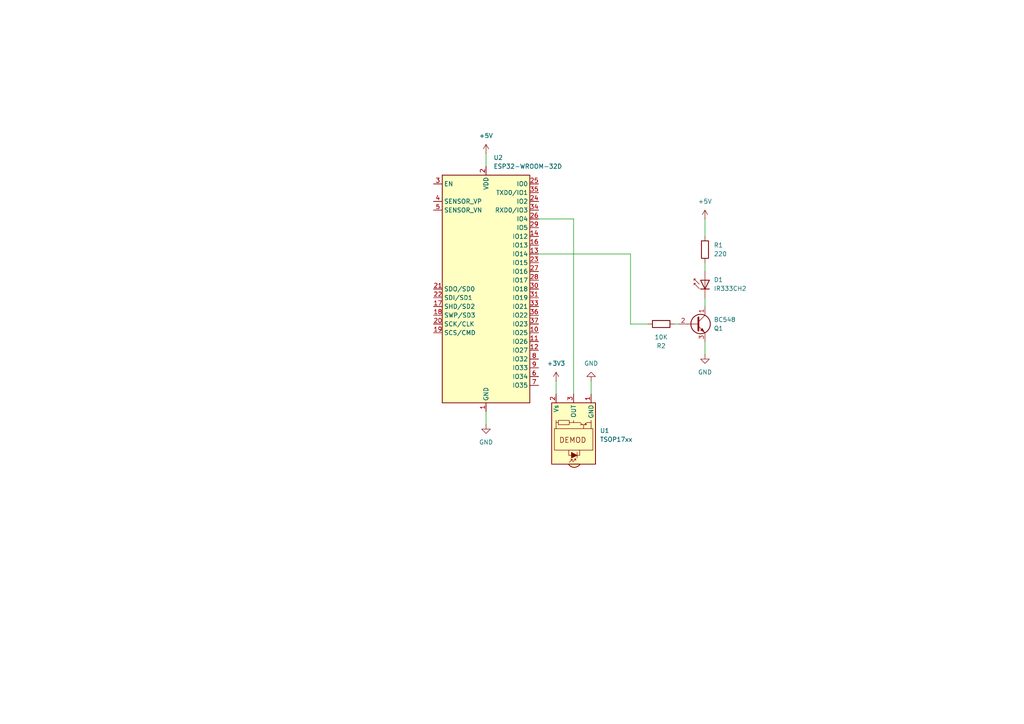
<source format=kicad_sch>
(kicad_sch (version 20250114) (generator "eeschema") (generator_version "9.0")
  (paper "A4")
  (lib_symbols
    (symbol "Device:R" (pin_numbers (hide yes)) (pin_names (offset 0))
      (property "Reference" "R" (at 2.032 0 90))
      (property "Value" "R" (at 0 0 90))
      (symbol "R_0_1"
        (rectangle (start -1.016 -2.54) (end 1.016 2.54) (stroke (width 0.254)))
      )
      (symbol "R_1_1"
        (pin passive line (at 0 3.81 270) (length 1.27) (name "~") (number "1"))
        (pin passive line (at 0 -3.81 90) (length 1.27) (name "~") (number "2"))
      )
    )
    (symbol "Interface_Optical:TSOP17xx"
      (property "Reference" "U" (at -10.16 7.62 0))
      (property "Value" "TSOP17xx" (at -10.16 -7.62 0))
      (symbol "TSOP17xx_0_0"
        (arc (start -10.287 -1.778) (mid -11.0899 -0.1905) (end -10.287 1.397) (stroke (width 0.254)) (fill (type background)))
        (polyline (pts (xy 1.905 5.08) (xy 0.127 5.08)))
        (polyline (pts (xy 1.905 -5.08) (xy 0.127 -5.08)))
        (text "DEMOD" (at -3.175 0.254 900) (effects (font (size 1.524 1.524))))
      )
      (symbol "TSOP17xx_0_1"
        (polyline (pts (xy -8.763 0.381) (xy -9.652 1.27)))
        (polyline (pts (xy -8.763 0.381) (xy -9.271 0.381)))
        (polyline (pts (xy -8.763 0.381) (xy -8.763 0.889)))
        (polyline (pts (xy -8.636 -0.635) (xy -9.525 0.254)))
        (polyline (pts (xy -8.636 -0.635) (xy -9.144 -0.635)))
        (polyline (pts (xy -8.636 -0.635) (xy -8.636 -0.127)))
        (polyline (pts (xy -8.382 0.635) (xy -6.731 0.635) (xy -7.62 -1.016) (xy -8.382 0.635)) (fill (type outline)))
        (polyline (pts (xy -8.382 -1.016) (xy -6.731 -1.016)))
        (rectangle (start -6.096 5.588) (end 0.127 -5.588))
        (polyline (pts (xy -6.096 1.397) (xy -7.62 1.397) (xy -7.62 -1.778) (xy -6.096 -1.778)))
        (polyline (pts (xy 1.27 -1.905) (xy 1.27 -3.81)))
        (polyline (pts (xy 1.27 -2.54) (xy 1.905 -1.905) (xy 1.905 0) (xy 2.54 0)))
        (polyline (pts (xy 1.27 -2.921) (xy 0.127 -2.921)))
        (polyline (pts (xy 1.27 -3.175) (xy 1.905 -3.81) (xy 1.905 -5.08) (xy 2.54 -5.08)))
        (polyline (pts (xy 1.397 -3.556) (xy 1.524 -3.556)))
        (polyline (pts (xy 1.651 -3.556) (xy 1.524 -3.556)))
        (polyline (pts (xy 1.651 -3.556) (xy 1.651 -3.302)))
        (polyline (pts (xy 1.905 4.445) (xy 1.905 5.08) (xy 2.54 5.08)))
        (polyline (pts (xy 1.905 0) (xy 1.905 1.27)))
        (rectangle (start 2.54 1.27) (end 1.27 4.445))
        (rectangle (start 7.62 6.35) (end -10.16 -6.35) (stroke (width 0.254)) (fill (type background)))
      )
      (symbol "TSOP17xx_1_1"
        (pin power_in line (at 10.16 5.08 180) (length 2.54) (name "Vs") (number "2"))
        (pin output line (at 10.16 0 180) (length 2.54) (name "OUT") (number "3"))
        (pin power_in line (at 10.16 -5.08 180) (length 2.54) (name "GND") (number "1"))
      )
    )
    (symbol "LED:CQY99" (pin_numbers (hide yes)) (pin_names (offset 1.016) (hide yes))
      (property "Reference" "D" (at 0.508 1.778 0))
      (property "Value" "CQY99" (at -1.016 -2.794 0))
      (symbol "CQY99_0_1"
        (polyline (pts (xy -2.54 1.27) (xy -2.54 -1.27)) (stroke (width 0.254)))
        (polyline (pts (xy -2.413 1.651) (xy -0.889 3.175) (xy -0.889 2.667) (xy -0.889 3.175) (xy -1.397 3.175)))
        (polyline (pts (xy -1.143 1.651) (xy 0.381 3.175) (xy 0.381 2.667)))
        (polyline (pts (xy 0 0) (xy -2.54 0)))
        (polyline (pts (xy 0 -1.27) (xy -2.54 0) (xy 0 1.27) (xy 0 -1.27)) (stroke (width 0.254)))
        (polyline (pts (xy 0.381 3.175) (xy -0.127 3.175)))
      )
      (symbol "CQY99_1_1"
        (pin passive line (at -5.08 0 0) (length 2.54) (name "K") (number "1"))
        (pin passive line (at 2.54 0 180) (length 2.54) (name "A") (number "2"))
      )
    )
    (symbol "RF_Module:ESP32-WROOM-32D"
      (property "Reference" "U" (at -12.7 34.29 0))
      (property "Value" "ESP32-WROOM-32D" (at 1.27 34.29 0))
      (symbol "ESP32-WROOM-32D_0_1"
        (rectangle (start -12.7 33.02) (end 12.7 -33.02) (stroke (width 0.254)) (fill (type background)))
      )
      (symbol "ESP32-WROOM-32D_1_1"
        (pin input line (at -15.24 30.48 0) (length 2.54) (name "EN") (number "3"))
        (pin input line (at -15.24 25.4 0) (length 2.54) (name "SENSOR_VP") (number "4"))
        (pin input line (at -15.24 22.86 0) (length 2.54) (name "SENSOR_VN") (number "5"))
        (pin bidirectional line (at -15.24 0 0) (length 2.54) (name "SDO/SD0") (number "21"))
        (pin bidirectional line (at -15.24 -2.54 0) (length 2.54) (name "SDI/SD1") (number "22"))
        (pin bidirectional line (at -15.24 -5.08 0) (length 2.54) (name "SHD/SD2") (number "17"))
        (pin bidirectional line (at -15.24 -7.62 0) (length 2.54) (name "SWP/SD3") (number "18"))
        (pin bidirectional line (at -15.24 -10.16 0) (length 2.54) (name "SCK/CLK") (number "20"))
        (pin bidirectional line (at -15.24 -12.7 0) (length 2.54) (name "SCS/CMD") (number "19"))
        (pin no_connect line (at -12.7 -27.94 0) (length 2.54) (hide yes) (name "NC") (number "32"))
        (pin power_in line (at 0 35.56 270) (length 2.54) (name "VDD") (number "2"))
        (pin power_in line (at 0 -35.56 90) (length 2.54) (name "GND") (number "1"))
        (pin passive line (at 0 -35.56 90) (length 2.54) (hide yes) (name "GND") (number "15"))
        (pin passive line (at 0 -35.56 90) (length 2.54) (hide yes) (name "GND") (number "38"))
        (pin passive line (at 0 -35.56 90) (length 2.54) (hide yes) (name "GND") (number "39"))
        (pin bidirectional line (at 15.24 30.48 180) (length 2.54) (name "IO0") (number "25"))
        (pin bidirectional line (at 15.24 27.94 180) (length 2.54) (name "TXD0/IO1") (number "35"))
        (pin bidirectional line (at 15.24 25.4 180) (length 2.54) (name "IO2") (number "24"))
        (pin bidirectional line (at 15.24 22.86 180) (length 2.54) (name "RXD0/IO3") (number "34"))
        (pin bidirectional line (at 15.24 20.32 180) (length 2.54) (name "IO4") (number "26"))
        (pin bidirectional line (at 15.24 17.78 180) (length 2.54) (name "IO5") (number "29"))
        (pin bidirectional line (at 15.24 15.24 180) (length 2.54) (name "IO12") (number "14"))
        (pin bidirectional line (at 15.24 12.7 180) (length 2.54) (name "IO13") (number "16"))
        (pin bidirectional line (at 15.24 10.16 180) (length 2.54) (name "IO14") (number "13"))
        (pin bidirectional line (at 15.24 7.62 180) (length 2.54) (name "IO15") (number "23"))
        (pin bidirectional line (at 15.24 5.08 180) (length 2.54) (name "IO16") (number "27"))
        (pin bidirectional line (at 15.24 2.54 180) (length 2.54) (name "IO17") (number "28"))
        (pin bidirectional line (at 15.24 0 180) (length 2.54) (name "IO18") (number "30"))
        (pin bidirectional line (at 15.24 -2.54 180) (length 2.54) (name "IO19") (number "31"))
        (pin bidirectional line (at 15.24 -5.08 180) (length 2.54) (name "IO21") (number "33"))
        (pin bidirectional line (at 15.24 -7.62 180) (length 2.54) (name "IO22") (number "36"))
        (pin bidirectional line (at 15.24 -10.16 180) (length 2.54) (name "IO23") (number "37"))
        (pin bidirectional line (at 15.24 -12.7 180) (length 2.54) (name "IO25") (number "10"))
        (pin bidirectional line (at 15.24 -15.24 180) (length 2.54) (name "IO26") (number "11"))
        (pin bidirectional line (at 15.24 -17.78 180) (length 2.54) (name "IO27") (number "12"))
        (pin bidirectional line (at 15.24 -20.32 180) (length 2.54) (name "IO32") (number "8"))
        (pin bidirectional line (at 15.24 -22.86 180) (length 2.54) (name "IO33") (number "9"))
        (pin input line (at 15.24 -25.4 180) (length 2.54) (name "IO34") (number "6"))
        (pin input line (at 15.24 -27.94 180) (length 2.54) (name "IO35") (number "7"))
      )
    )
    (symbol "Transistor_BJT:BC548" (pin_names (offset 0) (hide yes))
      (property "Reference" "Q" (at 5.08 1.905 0))
      (property "Value" "BC548" (at 5.08 0 0))
      (symbol "BC548_0_1"
        (polyline (pts (xy -2.54 0) (xy 0.635 0)))
        (polyline (pts (xy 0.635 1.905) (xy 0.635 -1.905)) (stroke (width 0.508)))
        (circle (center 1.27 0) (radius 2.8194) (stroke (width 0.254)))
      )
      (symbol "BC548_1_1"
        (polyline (pts (xy 0.635 0.635) (xy 2.54 2.54)))
        (polyline (pts (xy 0.635 -0.635) (xy 2.54 -2.54)))
        (polyline (pts (xy 1.27 -1.778) (xy 1.778 -1.27) (xy 2.286 -2.286) (xy 1.27 -1.778)) (fill (type outline)))
        (pin input line (at -5.08 0 0) (length 2.54) (name "B") (number "2"))
        (pin passive line (at 2.54 5.08 270) (length 2.54) (name "C") (number "1"))
        (pin passive line (at 2.54 -5.08 90) (length 2.54) (name "E") (number "3"))
      )
    )
    (symbol "power:+3V3" (power) (pin_numbers (hide yes)) (pin_names (offset 0) (hide yes))
      (property "Value" "+3V3" (at 0 3.556 0))
      (symbol "+3V3_0_1"
        (polyline (pts (xy -0.762 1.27) (xy 0 2.54)))
        (polyline (pts (xy 0 2.54) (xy 0.762 1.27)))
        (polyline (pts (xy 0 0) (xy 0 2.54)))
      )
      (symbol "+3V3_1_1"
        (pin power_in line (at 0 0 90) (length 0) (name "~") (number "1"))
      )
    )
    (symbol "power:+5V" (power) (pin_numbers (hide yes)) (pin_names (offset 0) (hide yes))
      (property "Value" "+5V" (at 0 3.556 0))
      (symbol "+5V_0_1"
        (polyline (pts (xy -0.762 1.27) (xy 0 2.54)))
        (polyline (pts (xy 0 2.54) (xy 0.762 1.27)))
        (polyline (pts (xy 0 0) (xy 0 2.54)))
      )
      (symbol "+5V_1_1"
        (pin power_in line (at 0 0 90) (length 0) (name "~") (number "1"))
      )
    )
    (symbol "power:GND" (power) (pin_numbers (hide yes)) (pin_names (offset 0) (hide yes))
      (property "Value" "GND" (at 0 -3.81 0))
      (symbol "GND_0_1"
        (polyline (pts (xy 0 0) (xy 0 -1.27) (xy 1.27 -1.27) (xy 0 -2.54) (xy -1.27 -1.27) (xy 0 -1.27)))
      )
      (symbol "GND_1_1"
        (pin power_in line (at 0 0 270) (length 0) (name "~") (number "1"))
      )
    )
  )
  (wire (pts (xy 140.97 44.45) (xy 140.97 48.26)))
  (wire (pts (xy 182.88 93.98) (xy 187.96 93.98)))
  (wire (pts (xy 156.21 73.66) (xy 182.88 73.66)))
  (wire (pts (xy 204.47 76.2) (xy 204.47 78.74)))
  (wire (pts (xy 204.47 99.06) (xy 204.47 102.87)))
  (wire (pts (xy 196.85 93.98) (xy 195.58 93.98)))
  (wire (pts (xy 171.45 110.49) (xy 171.45 114.3)))
  (wire (pts (xy 161.29 110.49) (xy 161.29 114.3)))
  (wire (pts (xy 156.21 63.5) (xy 166.37 63.5)))
  (wire (pts (xy 204.47 86.36) (xy 204.47 88.9)))
  (wire (pts (xy 166.37 63.5) (xy 166.37 114.3)))
  (wire (pts (xy 140.97 119.38) (xy 140.97 123.19)))
  (wire (pts (xy 182.88 73.66) (xy 182.88 93.98)))
  (wire (pts (xy 204.47 63.5) (xy 204.47 68.58)))
  (symbol (lib_id "power:+5V") (at 204.47 63.5 0) (unit 1)
    (property "Reference" "#PWR02" (effects (hide yes)))
    (property "Value" "+5V" (at 204.47 58.42 0))
    (property "Description" "Power symbol creates a global label with name \"+5V\"" (effects (hide yes)))
  )
  (symbol (lib_id "RF_Module:ESP32-WROOM-32D") (at 140.97 83.82 0) (unit 1)
    (property "Reference" "U2" (at 143.1133 45.72 0) (effects (justify left)))
    (property "Value" "ESP32-WROOM-32D" (at 143.1133 48.26 0) (effects (justify left)))
    (property "Footprint" "PCM_Espressif:ESP32-WROOM-32E" (effects (hide yes)))
    (property "Datasheet" "https://www.espressif.com/sites/default/files/documentation/esp32-wroom-32d_esp32-wroom-32u_datasheet_en.pdf" (effects (hide yes)))
    (property "Description" "RF Module, ESP32-D0WD SoC, Wi-Fi 802.11b/g/n, Bluetooth, BLE, 32-bit, 2.7-3.6V, onboard antenna, SMD" (effects (hide yes)))
  )
  (symbol (lib_id "power:GND") (at 204.47 102.87 0) (unit 1)
    (property "Reference" "#PWR01" (effects (hide yes)))
    (property "Value" "GND" (at 204.47 107.95 0))
    (property "Description" "Power symbol creates a global label with name \"GND\" , ground" (effects (hide yes)))
  )
  (symbol (lib_id "Interface_Optical:TSOP17xx") (at 166.37 124.46 90) (unit 1)
    (property "Reference" "U1" (at 173.99 124.9248 90) (effects (justify right)))
    (property "Value" "TSOP17xx" (at 173.99 127.4648 90) (effects (justify right)))
    (property "Footprint" "OptoDevice:Vishay_CAST-3Pin" (effects (hide yes)))
    (property "Datasheet" "http://www.micropik.com/PDF/tsop17xx.pdf" (effects (hide yes)))
    (property "Description" "Photo Modules for PCM Remote Control Systems" (effects (hide yes)))
  )
  (symbol (lib_id "power:+5V") (at 140.97 44.45 0) (unit 1)
    (property "Reference" "#PWR03" (effects (hide yes)))
    (property "Value" "+5V" (at 140.97 39.37 0))
    (property "Description" "Power symbol creates a global label with name \"+5V\"" (effects (hide yes)))
  )
  (symbol (lib_id "Device:R") (at 191.77 93.98 90) (unit 1)
    (property "Reference" "R2" (at 191.77 100.33 90))
    (property "Value" "10K" (at 191.77 97.79 90))
    (property "Footprint" "Resistor_THT:R_Axial_DIN0204_L3.6mm_D1.6mm_P1.90mm_Vertical" (effects (hide yes)))
    (property "Description" "Resistor" (effects (hide yes)))
  )
  (symbol (lib_id "Transistor_BJT:BC548") (at 201.93 93.98 0) (unit 1)
    (property "Reference" "Q1" (at 207.01 95.2501 0) (effects (justify left)))
    (property "Value" "BC548" (at 207.01 92.7101 0) (effects (justify left)))
    (property "Footprint" "Package_TO_SOT_THT:TO-92_Inline" (effects (hide yes)))
    (property "Datasheet" "https://www.onsemi.com/pub/Collateral/BC550-D.pdf" (effects (hide yes)))
    (property "Description" "0.1A Ic, 30V Vce, Small Signal NPN Transistor, TO-92" (effects (hide yes)))
    (property "Sim.Device" "NPN" (effects (hide yes)))
    (property "Sim.Pins" "1=C 2=B 3=E" (effects (hide yes)))
  )
  (symbol (lib_id "LED:CQY99") (at 204.47 81.28 90) (unit 1)
    (property "Reference" "D1" (at 207.01 81.1529 90) (effects (justify right)))
    (property "Value" "IR333CH2" (at 207.01 83.6929 90) (effects (justify right)))
    (property "Footprint" "LED_THT:LED_D5.0mm_IRGrey" (effects (hide yes)))
    (property "Datasheet" "https://www.prtice.info/IMG/pdf/CQY99.pdf" (effects (hide yes)))
    (property "Description" "950nm IR-LED, 5mm" (effects (hide yes)))
  )
  (symbol (lib_id "power:+3V3") (at 161.29 110.49 0) (unit 1)
    (property "Reference" "#PWR04" (effects (hide yes)))
    (property "Value" "+3V3" (at 161.29 105.41 0))
    (property "Description" "Power symbol creates a global label with name \"+3V3\"" (effects (hide yes)))
  )
  (symbol (lib_id "Device:R") (at 204.47 72.39 0) (unit 1)
    (property "Reference" "R1" (at 207.01 71.1199 0) (effects (justify left)))
    (property "Value" "220" (at 207.01 73.6599 0) (effects (justify left)))
    (property "Footprint" "Resistor_THT:R_Axial_DIN0204_L3.6mm_D1.6mm_P1.90mm_Vertical" (effects (hide yes)))
    (property "Description" "Resistor" (effects (hide yes)))
  )
  (symbol (lib_id "power:GND") (at 171.45 110.49 180) (unit 1)
    (property "Reference" "#PWR05" (effects (hide yes)))
    (property "Value" "GND" (at 171.45 105.41 0))
    (property "Description" "Power symbol creates a global label with name \"GND\" , ground" (effects (hide yes)))
  )
  (symbol (lib_id "power:GND") (at 140.97 123.19 0) (unit 1)
    (property "Reference" "#PWR06" (effects (hide yes)))
    (property "Value" "GND" (at 140.97 128.27 0))
    (property "Description" "Power symbol creates a global label with name \"GND\" , ground" (effects (hide yes)))
  )
)
</source>
